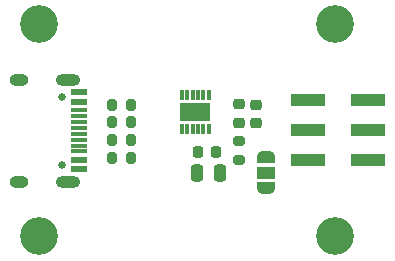
<source format=gbr>
%TF.GenerationSoftware,KiCad,Pcbnew,7.0.5*%
%TF.CreationDate,2023-07-02T14:02:18+02:00*%
%TF.ProjectId,usb_to_serial_converter,7573625f-746f-45f7-9365-7269616c5f63,rev?*%
%TF.SameCoordinates,Original*%
%TF.FileFunction,Soldermask,Top*%
%TF.FilePolarity,Negative*%
%FSLAX46Y46*%
G04 Gerber Fmt 4.6, Leading zero omitted, Abs format (unit mm)*
G04 Created by KiCad (PCBNEW 7.0.5) date 2023-07-02 14:02:18*
%MOMM*%
%LPD*%
G01*
G04 APERTURE LIST*
G04 Aperture macros list*
%AMRoundRect*
0 Rectangle with rounded corners*
0 $1 Rounding radius*
0 $2 $3 $4 $5 $6 $7 $8 $9 X,Y pos of 4 corners*
0 Add a 4 corners polygon primitive as box body*
4,1,4,$2,$3,$4,$5,$6,$7,$8,$9,$2,$3,0*
0 Add four circle primitives for the rounded corners*
1,1,$1+$1,$2,$3*
1,1,$1+$1,$4,$5*
1,1,$1+$1,$6,$7*
1,1,$1+$1,$8,$9*
0 Add four rect primitives between the rounded corners*
20,1,$1+$1,$2,$3,$4,$5,0*
20,1,$1+$1,$4,$5,$6,$7,0*
20,1,$1+$1,$6,$7,$8,$9,0*
20,1,$1+$1,$8,$9,$2,$3,0*%
%AMFreePoly0*
4,1,19,0.550000,-0.750000,0.000000,-0.750000,0.000000,-0.744911,-0.071157,-0.744911,-0.207708,-0.704816,-0.327430,-0.627875,-0.420627,-0.520320,-0.479746,-0.390866,-0.500000,-0.250000,-0.500000,0.250000,-0.479746,0.390866,-0.420627,0.520320,-0.327430,0.627875,-0.207708,0.704816,-0.071157,0.744911,0.000000,0.744911,0.000000,0.750000,0.550000,0.750000,0.550000,-0.750000,0.550000,-0.750000,
$1*%
%AMFreePoly1*
4,1,19,0.000000,0.744911,0.071157,0.744911,0.207708,0.704816,0.327430,0.627875,0.420627,0.520320,0.479746,0.390866,0.500000,0.250000,0.500000,-0.250000,0.479746,-0.390866,0.420627,-0.520320,0.327430,-0.627875,0.207708,-0.704816,0.071157,-0.744911,0.000000,-0.744911,0.000000,-0.750000,-0.550000,-0.750000,-0.550000,0.750000,0.000000,0.750000,0.000000,0.744911,0.000000,0.744911,
$1*%
G04 Aperture macros list end*
%ADD10RoundRect,0.200000X-0.200000X-0.275000X0.200000X-0.275000X0.200000X0.275000X-0.200000X0.275000X0*%
%ADD11C,3.200000*%
%ADD12FreePoly0,90.000000*%
%ADD13R,1.500000X1.000000*%
%ADD14FreePoly1,90.000000*%
%ADD15R,3.000000X1.000000*%
%ADD16RoundRect,0.225000X-0.225000X-0.250000X0.225000X-0.250000X0.225000X0.250000X-0.225000X0.250000X0*%
%ADD17C,0.650000*%
%ADD18R,1.450000X0.600000*%
%ADD19R,1.450000X0.300000*%
%ADD20O,2.100000X1.000000*%
%ADD21O,1.600000X1.000000*%
%ADD22RoundRect,0.225000X-0.250000X0.225000X-0.250000X-0.225000X0.250000X-0.225000X0.250000X0.225000X0*%
%ADD23RoundRect,0.200000X-0.275000X0.200000X-0.275000X-0.200000X0.275000X-0.200000X0.275000X0.200000X0*%
%ADD24RoundRect,0.007500X0.117500X-0.412500X0.117500X0.412500X-0.117500X0.412500X-0.117500X-0.412500X0*%
%ADD25R,2.500000X1.600000*%
%ADD26RoundRect,0.218750X0.256250X-0.218750X0.256250X0.218750X-0.256250X0.218750X-0.256250X-0.218750X0*%
%ADD27RoundRect,0.250000X-0.250000X-0.475000X0.250000X-0.475000X0.250000X0.475000X-0.250000X0.475000X0*%
G04 APERTURE END LIST*
D10*
%TO.C,R2*%
X117775000Y-78700000D03*
X119425000Y-78700000D03*
%TD*%
D11*
%TO.C,H2*%
X136700000Y-71900000D03*
%TD*%
D12*
%TO.C,JP1*%
X130820000Y-85760000D03*
D13*
X130820000Y-84460000D03*
D14*
X130820000Y-83160000D03*
%TD*%
D15*
%TO.C,J3*%
X134400000Y-83400000D03*
X139440000Y-83400000D03*
X134400000Y-80860000D03*
X139440000Y-80860000D03*
X134400000Y-78320000D03*
X139440000Y-78320000D03*
%TD*%
D16*
%TO.C,C2*%
X125045000Y-82660000D03*
X126595000Y-82660000D03*
%TD*%
D11*
%TO.C,H4*%
X111600000Y-71900000D03*
%TD*%
D10*
%TO.C,R4*%
X117775000Y-80200000D03*
X119425000Y-80200000D03*
%TD*%
D17*
%TO.C,J1*%
X113555000Y-78010000D03*
X113555000Y-83790000D03*
D18*
X115000000Y-77650000D03*
X115000000Y-78450000D03*
D19*
X115000000Y-79650000D03*
X115000000Y-80650000D03*
X115000000Y-81150000D03*
X115000000Y-82150000D03*
D18*
X115000000Y-83350000D03*
X115000000Y-84150000D03*
X115000000Y-84150000D03*
X115000000Y-83350000D03*
D19*
X115000000Y-82650000D03*
X115000000Y-81650000D03*
X115000000Y-80150000D03*
X115000000Y-79150000D03*
D18*
X115000000Y-78450000D03*
X115000000Y-77650000D03*
D20*
X114085000Y-76580000D03*
D21*
X109905000Y-76580000D03*
D20*
X114085000Y-85220000D03*
D21*
X109905000Y-85220000D03*
%TD*%
D22*
%TO.C,C3*%
X130020000Y-78685000D03*
X130020000Y-80235000D03*
%TD*%
D23*
%TO.C,R5*%
X128520000Y-81735000D03*
X128520000Y-83385000D03*
%TD*%
D10*
%TO.C,R1*%
X117775000Y-83200000D03*
X119425000Y-83200000D03*
%TD*%
D11*
%TO.C,H1*%
X136700000Y-89800000D03*
%TD*%
D24*
%TO.C,U1*%
X123720000Y-80730000D03*
X124170000Y-80730000D03*
X124620000Y-80730000D03*
X125070000Y-80730000D03*
X125520000Y-80730000D03*
X125970000Y-80730000D03*
X125970000Y-77860000D03*
X125520000Y-77860000D03*
X125070000Y-77860000D03*
X124620000Y-77860000D03*
X124170000Y-77860000D03*
X123720000Y-77860000D03*
D25*
X124845000Y-79295000D03*
%TD*%
D10*
%TO.C,R3*%
X117775000Y-81700000D03*
X119425000Y-81700000D03*
%TD*%
D26*
%TO.C,D1*%
X128520000Y-80247500D03*
X128520000Y-78672500D03*
%TD*%
D11*
%TO.C,H3*%
X111600000Y-89800000D03*
%TD*%
D27*
%TO.C,C1*%
X125020000Y-84460000D03*
X126920000Y-84460000D03*
%TD*%
M02*

</source>
